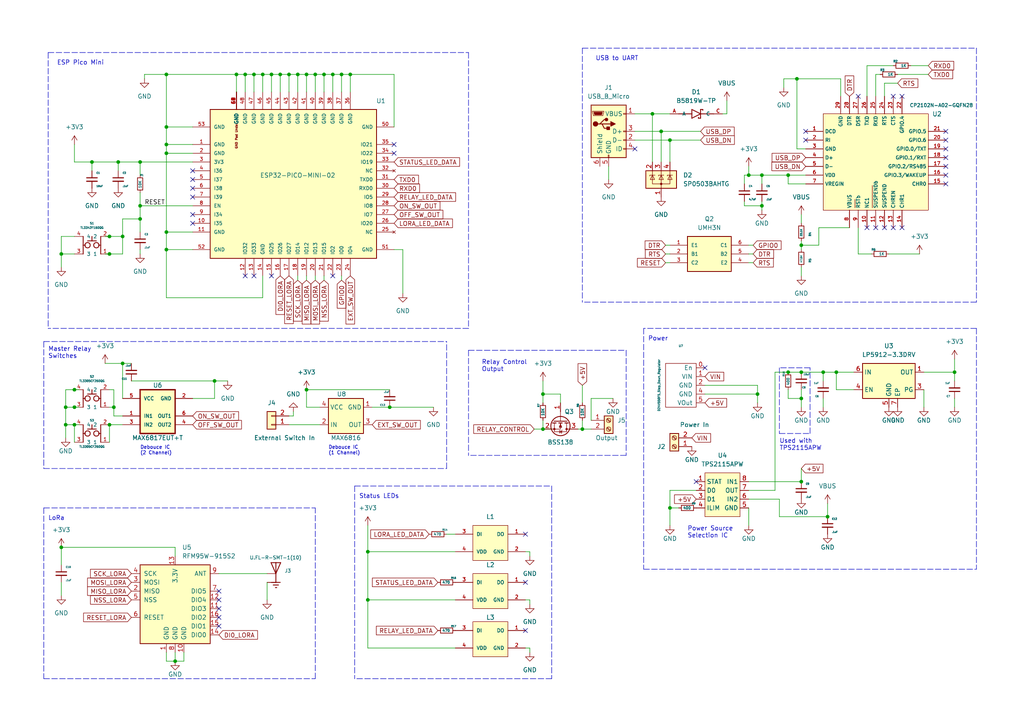
<source format=kicad_sch>
(kicad_sch (version 20211123) (generator eeschema)
  (paper "A4")
  (title_block (title "Kill Switch - Remote") (date "2023-01-18") (rev "1.0") (company "Created by: Greg Hulette") (comment 1 "- LoRa to WiFi Bridge") (comment 2 "- Buttons for Master Relay") (comment 3 "- Creates WiFi Network"))
  (junction (at 220.98 59.69))
  (junction (at 113.03 118.11))
  (junction (at 76.2 21.59))
  (junction (at 168.91 124.46))
  (junction (at 33.02 118.11))
  (junction (at 232.41 139.7))
  (junction (at 19.05 123.19))
  (junction (at 88.9 21.59))
  (junction (at 157.48 114.3))
  (junction (at 232.41 115.57))
  (junction (at 240.03 149.86))
  (junction (at 48.26 21.59))
  (junction (at 21.59 123.19))
  (junction (at 99.06 21.59))
  (junction (at 21.59 113.03))
  (junction (at 228.6 107.95))
  (junction (at 232.41 71.12))
  (junction (at 228.6 50.8))
  (junction (at 48.26 44.45))
  (junction (at 19.05 118.11))
  (junction (at 88.9 113.03))
  (junction (at 34.29 46.99))
  (junction (at 62.23 110.49))
  (junction (at 93.98 21.59))
  (junction (at 17.78 73.66))
  (junction (at 83.82 21.59))
  (junction (at 48.26 72.39))
  (junction (at 48.26 41.91))
  (junction (at 68.58 21.59))
  (junction (at 231.14 22.86))
  (junction (at 17.78 158.75))
  (junction (at 189.23 33.02))
  (junction (at 71.12 21.59))
  (junction (at 101.6 21.59))
  (junction (at 78.74 21.59))
  (junction (at 48.26 67.31))
  (junction (at 40.64 46.99))
  (junction (at 35.56 68.58))
  (junction (at 31.75 123.19))
  (junction (at 40.64 59.69))
  (junction (at 194.31 40.64))
  (junction (at 86.36 21.59))
  (junction (at 106.68 173.99))
  (junction (at 217.17 50.8))
  (junction (at 35.56 105.41))
  (junction (at 238.76 107.95))
  (junction (at 40.64 63.5))
  (junction (at 73.66 21.59))
  (junction (at 106.68 160.02))
  (junction (at 220.98 50.8))
  (junction (at 242.57 107.95))
  (junction (at 91.44 21.59))
  (junction (at 50.8 191.77))
  (junction (at 191.77 38.1))
  (junction (at 276.86 107.95))
  (junction (at 157.48 124.46))
  (junction (at 81.28 21.59))
  (junction (at 31.75 73.66))
  (junction (at 26.67 46.99))
  (junction (at 48.26 36.83))
  (junction (at 31.75 68.58))
  (junction (at 194.31 147.32))
  (junction (at 21.59 118.11))
  (junction (at 232.41 107.95))
  (junction (at 96.52 21.59))
  (junction (at 219.71 114.3))
  (no_connect (at 259.08 27.94))
  (no_connect (at 204.47 106.68))
  (no_connect (at 152.4 168.91))
  (no_connect (at 63.5 173.99))
  (no_connect (at 63.5 171.45))
  (no_connect (at 63.5 176.53))
  (no_connect (at 63.5 181.61))
  (no_connect (at 63.5 179.07))
  (no_connect (at 201.93 139.7))
  (no_connect (at 55.88 57.15))
  (no_connect (at 55.88 62.23))
  (no_connect (at 55.88 49.53))
  (no_connect (at 55.88 52.07))
  (no_connect (at 55.88 54.61))
  (no_connect (at 71.12 80.01))
  (no_connect (at 55.88 64.77))
  (no_connect (at 114.3 41.91))
  (no_connect (at 96.52 80.01))
  (no_connect (at 73.66 80.01))
  (no_connect (at 78.74 80.01))
  (no_connect (at 114.3 44.45))
  (no_connect (at 152.4 154.94))
  (no_connect (at 152.4 182.88))
  (no_connect (at 248.92 27.94))
  (no_connect (at 233.68 38.1))
  (no_connect (at 233.68 40.64))
  (no_connect (at 261.62 27.94))
  (no_connect (at 256.54 66.04))
  (no_connect (at 254 66.04))
  (no_connect (at 251.46 66.04))
  (no_connect (at 274.32 53.34))
  (no_connect (at 274.32 38.1))
  (no_connect (at 274.32 40.64))
  (no_connect (at 274.32 43.18))
  (no_connect (at 274.32 45.72))
  (no_connect (at 274.32 48.26))
  (no_connect (at 274.32 50.8))
  (no_connect (at 261.62 66.04))
  (no_connect (at 259.08 66.04))
  (no_connect (at 184.15 43.18))
  (polyline (pts (xy 135.89 15.24) (xy 135.89 95.25)))
  (wire (pts (xy 19.05 123.19) (xy 21.59 123.19)))
  (polyline (pts (xy 102.87 140.97) (xy 160.02 140.97)))
  (polyline (pts (xy 226.06 106.68) (xy 226.06 125.73)))
  (wire (pts (xy 62.23 110.49) (xy 62.23 115.57)))
  (wire (pts (xy 193.04 76.2) (xy 194.31 76.2)))
  (wire (pts (xy 228.6 115.57) (xy 232.41 115.57)))
  (wire (pts (xy 19.05 113.03) (xy 19.05 118.11)))
  (wire (pts (xy 157.48 114.3) (xy 157.48 116.84)))
  (wire (pts (xy 238.76 107.95) (xy 242.57 107.95)))
  (wire (pts (xy 35.56 105.41) (xy 35.56 115.57)))
  (wire (pts (xy 40.64 46.99) (xy 34.29 46.99)))
  (wire (pts (xy 38.1 110.49) (xy 62.23 110.49)))
  (wire (pts (xy 55.88 72.39) (xy 48.26 72.39)))
  (wire (pts (xy 215.9 58.42) (xy 215.9 59.69)))
  (wire (pts (xy 106.68 187.96) (xy 132.08 187.96)))
  (wire (pts (xy 204.47 114.3) (xy 219.71 114.3)))
  (wire (pts (xy 254 27.94) (xy 254 21.59)))
  (wire (pts (xy 232.41 135.89) (xy 232.41 139.7)))
  (wire (pts (xy 256.54 27.94) (xy 256.54 24.13)))
  (wire (pts (xy 33.02 120.65) (xy 35.56 120.65)))
  (wire (pts (xy 224.79 107.95) (xy 228.6 107.95)))
  (polyline (pts (xy 12.7 196.85) (xy 91.44 196.85)))
  (wire (pts (xy 217.17 152.4) (xy 217.17 147.32)))
  (wire (pts (xy 48.26 67.31) (xy 55.88 67.31)))
  (wire (pts (xy 71.12 21.59) (xy 71.12 26.67)))
  (polyline (pts (xy 135.89 101.6) (xy 135.89 132.08)))
  (polyline (pts (xy 12.7 99.06) (xy 129.54 99.06)))
  (polyline (pts (xy 168.91 13.97) (xy 283.21 13.97)))
  (wire (pts (xy 17.78 168.91) (xy 17.78 172.72)))
  (wire (pts (xy 220.98 53.34) (xy 220.98 50.8)))
  (wire (pts (xy 93.98 21.59) (xy 96.52 21.59)))
  (wire (pts (xy 17.78 68.58) (xy 17.78 73.66)))
  (wire (pts (xy 113.03 118.11) (xy 125.73 118.11)))
  (wire (pts (xy 88.9 113.03) (xy 113.03 113.03)))
  (wire (pts (xy 218.44 73.66) (xy 217.17 73.66)))
  (wire (pts (xy 40.64 59.69) (xy 40.64 63.5)))
  (wire (pts (xy 232.41 77.47) (xy 232.41 80.01)))
  (wire (pts (xy 55.88 115.57) (xy 62.23 115.57)))
  (wire (pts (xy 237.49 66.04) (xy 237.49 71.12)))
  (wire (pts (xy 209.55 33.02) (xy 210.82 33.02)))
  (wire (pts (xy 48.26 72.39) (xy 48.26 67.31)))
  (wire (pts (xy 48.26 44.45) (xy 48.26 41.91)))
  (wire (pts (xy 86.36 21.59) (xy 86.36 26.67)))
  (wire (pts (xy 48.26 21.59) (xy 48.26 36.83)))
  (wire (pts (xy 53.34 189.23) (xy 53.34 191.77)))
  (wire (pts (xy 240.03 146.05) (xy 240.03 149.86)))
  (wire (pts (xy 194.31 147.32) (xy 194.31 152.4)))
  (wire (pts (xy 194.31 73.66) (xy 193.04 73.66)))
  (wire (pts (xy 189.23 33.02) (xy 189.23 46.99)))
  (polyline (pts (xy 283.21 95.25) (xy 283.21 165.1)))
  (wire (pts (xy 91.44 21.59) (xy 91.44 26.67)))
  (polyline (pts (xy 12.7 135.89) (xy 129.54 135.89)))
  (wire (pts (xy 88.9 21.59) (xy 91.44 21.59)))
  (wire (pts (xy 40.64 46.99) (xy 40.64 50.8)))
  (wire (pts (xy 106.68 173.99) (xy 106.68 187.96)))
  (polyline (pts (xy 283.21 87.63) (xy 168.91 87.63)))
  (wire (pts (xy 217.17 142.24) (xy 224.79 142.24)))
  (wire (pts (xy 48.26 41.91) (xy 55.88 41.91)))
  (wire (pts (xy 35.56 63.5) (xy 35.56 68.58)))
  (polyline (pts (xy 135.89 95.25) (xy 13.97 95.25)))
  (polyline (pts (xy 135.89 101.6) (xy 181.61 101.6)))
  (wire (pts (xy 228.6 50.8) (xy 220.98 50.8)))
  (wire (pts (xy 85.09 120.65) (xy 83.82 120.65)))
  (wire (pts (xy 168.91 124.46) (xy 171.45 124.46)))
  (wire (pts (xy 21.59 41.91) (xy 21.59 46.99)))
  (wire (pts (xy 201.93 142.24) (xy 194.31 142.24)))
  (wire (pts (xy 153.67 161.29) (xy 153.67 160.02)))
  (wire (pts (xy 215.9 59.69) (xy 220.98 59.69)))
  (wire (pts (xy 30.48 73.66) (xy 31.75 73.66)))
  (polyline (pts (xy 91.44 196.85) (xy 91.44 147.32)))
  (wire (pts (xy 276.86 118.11) (xy 276.86 115.57)))
  (polyline (pts (xy 186.69 95.25) (xy 186.69 165.1)))
  (wire (pts (xy 264.16 19.05) (xy 269.24 19.05)))
  (wire (pts (xy 220.98 58.42) (xy 220.98 59.69)))
  (polyline (pts (xy 12.7 147.32) (xy 91.44 147.32)))
  (wire (pts (xy 232.41 71.12) (xy 232.41 72.39)))
  (wire (pts (xy 55.88 46.99) (xy 40.64 46.99)))
  (wire (pts (xy 86.36 21.59) (xy 88.9 21.59)))
  (wire (pts (xy 26.67 46.99) (xy 21.59 46.99)))
  (wire (pts (xy 162.56 116.84) (xy 162.56 114.3)))
  (wire (pts (xy 62.23 110.49) (xy 66.04 110.49)))
  (wire (pts (xy 17.78 73.66) (xy 21.59 73.66)))
  (wire (pts (xy 73.66 21.59) (xy 76.2 21.59)))
  (wire (pts (xy 153.67 173.99) (xy 152.4 173.99)))
  (polyline (pts (xy 168.91 13.97) (xy 168.91 87.63)))
  (wire (pts (xy 91.44 81.28) (xy 91.44 80.01)))
  (wire (pts (xy 83.82 21.59) (xy 86.36 21.59)))
  (wire (pts (xy 48.26 21.59) (xy 68.58 21.59)))
  (wire (pts (xy 176.53 48.26) (xy 176.53 52.07)))
  (wire (pts (xy 107.95 118.11) (xy 113.03 118.11)))
  (wire (pts (xy 132.08 160.02) (xy 106.68 160.02)))
  (wire (pts (xy 92.71 118.11) (xy 88.9 118.11)))
  (wire (pts (xy 71.12 21.59) (xy 73.66 21.59)))
  (wire (pts (xy 132.08 154.94) (xy 129.54 154.94)))
  (wire (pts (xy 77.47 168.91) (xy 77.47 173.99)))
  (wire (pts (xy 40.64 72.39) (xy 40.64 73.66)))
  (wire (pts (xy 233.68 50.8) (xy 228.6 50.8)))
  (wire (pts (xy 53.34 191.77) (xy 50.8 191.77)))
  (wire (pts (xy 247.65 113.03) (xy 242.57 113.03)))
  (wire (pts (xy 220.98 59.69) (xy 220.98 60.96)))
  (polyline (pts (xy 12.7 147.32) (xy 12.7 196.85)))
  (wire (pts (xy 17.78 158.75) (xy 17.78 163.83)))
  (wire (pts (xy 88.9 81.28) (xy 88.9 80.01)))
  (wire (pts (xy 184.15 40.64) (xy 194.31 40.64)))
  (wire (pts (xy 227.33 22.86) (xy 227.33 25.4)))
  (wire (pts (xy 40.64 55.88) (xy 40.64 59.69)))
  (wire (pts (xy 219.71 114.3) (xy 219.71 116.84)))
  (wire (pts (xy 83.82 123.19) (xy 92.71 123.19)))
  (polyline (pts (xy 181.61 132.08) (xy 135.89 132.08)))
  (wire (pts (xy 50.8 189.23) (xy 50.8 191.77)))
  (wire (pts (xy 81.28 21.59) (xy 83.82 21.59)))
  (wire (pts (xy 238.76 110.49) (xy 238.76 107.95)))
  (wire (pts (xy 22.86 113.03) (xy 21.59 113.03)))
  (wire (pts (xy 194.31 147.32) (xy 196.85 147.32)))
  (wire (pts (xy 48.26 189.23) (xy 48.26 191.77)))
  (wire (pts (xy 237.49 71.12) (xy 232.41 71.12)))
  (wire (pts (xy 267.97 107.95) (xy 276.86 107.95)))
  (wire (pts (xy 101.6 26.67) (xy 101.6 21.59)))
  (wire (pts (xy 76.2 80.01) (xy 76.2 86.36)))
  (wire (pts (xy 31.75 118.11) (xy 33.02 118.11)))
  (wire (pts (xy 194.31 40.64) (xy 194.31 46.99)))
  (wire (pts (xy 48.26 191.77) (xy 50.8 191.77)))
  (wire (pts (xy 17.78 73.66) (xy 17.78 77.47)))
  (wire (pts (xy 31.75 113.03) (xy 33.02 113.03)))
  (wire (pts (xy 210.82 29.21) (xy 210.82 33.02)))
  (wire (pts (xy 167.64 124.46) (xy 168.91 124.46)))
  (wire (pts (xy 76.2 26.67) (xy 76.2 21.59)))
  (wire (pts (xy 26.67 46.99) (xy 26.67 49.53)))
  (wire (pts (xy 217.17 76.2) (xy 218.44 76.2)))
  (wire (pts (xy 231.14 22.86) (xy 227.33 22.86)))
  (wire (pts (xy 219.71 111.76) (xy 219.71 114.3)))
  (wire (pts (xy 86.36 81.28) (xy 86.36 80.01)))
  (wire (pts (xy 157.48 124.46) (xy 160.02 124.46)))
  (wire (pts (xy 96.52 21.59) (xy 96.52 26.67)))
  (wire (pts (xy 226.06 144.78) (xy 226.06 149.86)))
  (wire (pts (xy 106.68 173.99) (xy 132.08 173.99)))
  (wire (pts (xy 168.91 121.92) (xy 168.91 124.46)))
  (wire (pts (xy 194.31 142.24) (xy 194.31 147.32)))
  (wire (pts (xy 68.58 21.59) (xy 68.58 26.67)))
  (wire (pts (xy 35.56 105.41) (xy 38.1 105.41)))
  (wire (pts (xy 153.67 187.96) (xy 152.4 187.96)))
  (wire (pts (xy 106.68 152.4) (xy 106.68 160.02)))
  (wire (pts (xy 232.41 107.95) (xy 238.76 107.95)))
  (wire (pts (xy 228.6 107.95) (xy 232.41 107.95)))
  (wire (pts (xy 21.59 123.19) (xy 22.86 123.19)))
  (wire (pts (xy 31.75 123.19) (xy 31.75 128.27)))
  (wire (pts (xy 41.91 21.59) (xy 48.26 21.59)))
  (wire (pts (xy 22.86 118.11) (xy 21.59 118.11)))
  (polyline (pts (xy 226.06 125.73) (xy 234.95 125.73)))
  (wire (pts (xy 242.57 107.95) (xy 247.65 107.95)))
  (wire (pts (xy 233.68 53.34) (xy 228.6 53.34)))
  (wire (pts (xy 224.79 107.95) (xy 224.79 142.24)))
  (wire (pts (xy 48.26 86.36) (xy 48.26 72.39)))
  (wire (pts (xy 33.02 118.11) (xy 33.02 120.65)))
  (wire (pts (xy 276.86 104.14) (xy 276.86 107.95)))
  (wire (pts (xy 34.29 46.99) (xy 34.29 49.53)))
  (wire (pts (xy 19.05 123.19) (xy 19.05 127)))
  (polyline (pts (xy 160.02 140.97) (xy 160.02 196.85)))
  (polyline (pts (xy 181.61 101.6) (xy 181.61 132.08)))
  (wire (pts (xy 184.15 33.02) (xy 189.23 33.02)))
  (wire (pts (xy 232.41 139.7) (xy 217.17 139.7)))
  (wire (pts (xy 99.06 21.59) (xy 101.6 21.59)))
  (wire (pts (xy 114.3 21.59) (xy 101.6 21.59)))
  (wire (pts (xy 78.74 21.59) (xy 78.74 26.67)))
  (wire (pts (xy 35.56 63.5) (xy 40.64 63.5)))
  (polyline (pts (xy 102.87 140.97) (xy 102.87 196.85)))
  (wire (pts (xy 21.59 123.19) (xy 21.59 128.27)))
  (wire (pts (xy 96.52 21.59) (xy 99.06 21.59)))
  (wire (pts (xy 226.06 149.86) (xy 240.03 149.86)))
  (wire (pts (xy 116.84 72.39) (xy 116.84 85.09)))
  (wire (pts (xy 191.77 38.1) (xy 191.77 46.99)))
  (wire (pts (xy 153.67 160.02) (xy 152.4 160.02)))
  (polyline (pts (xy 129.54 135.89) (xy 129.54 99.06)))
  (wire (pts (xy 233.68 43.18) (xy 231.14 43.18)))
  (wire (pts (xy 31.75 123.19) (xy 35.56 123.19)))
  (polyline (pts (xy 186.69 165.1) (xy 283.21 165.1)))
  (wire (pts (xy 153.67 175.26) (xy 153.67 173.99)))
  (wire (pts (xy 162.56 114.3) (xy 157.48 114.3)))
  (wire (pts (xy 81.28 21.59) (xy 81.28 26.67)))
  (wire (pts (xy 248.92 73.66) (xy 252.73 73.66)))
  (wire (pts (xy 35.56 68.58) (xy 35.56 73.66)))
  (wire (pts (xy 41.91 21.59) (xy 41.91 22.86)))
  (wire (pts (xy 251.46 27.94) (xy 251.46 19.05)))
  (wire (pts (xy 88.9 21.59) (xy 88.9 26.67)))
  (wire (pts (xy 88.9 113.03) (xy 88.9 118.11)))
  (wire (pts (xy 232.41 62.23) (xy 232.41 64.77)))
  (wire (pts (xy 254 21.59) (xy 255.27 21.59)))
  (wire (pts (xy 232.41 113.03) (xy 232.41 115.57)))
  (wire (pts (xy 30.48 105.41) (xy 35.56 105.41)))
  (wire (pts (xy 93.98 21.59) (xy 93.98 26.67)))
  (wire (pts (xy 157.48 110.49) (xy 157.48 114.3)))
  (wire (pts (xy 31.75 68.58) (xy 35.56 68.58)))
  (wire (pts (xy 50.8 161.29) (xy 50.8 158.75)))
  (wire (pts (xy 248.92 66.04) (xy 248.92 73.66)))
  (wire (pts (xy 93.98 81.28) (xy 93.98 80.01)))
  (wire (pts (xy 153.67 189.23) (xy 153.67 187.96)))
  (wire (pts (xy 50.8 158.75) (xy 17.78 158.75)))
  (wire (pts (xy 217.17 48.26) (xy 217.17 50.8)))
  (wire (pts (xy 83.82 21.59) (xy 83.82 26.67)))
  (wire (pts (xy 40.64 59.69) (xy 55.88 59.69)))
  (wire (pts (xy 63.5 166.37) (xy 77.47 166.37)))
  (wire (pts (xy 106.68 160.02) (xy 106.68 173.99)))
  (wire (pts (xy 30.48 68.58) (xy 31.75 68.58)))
  (wire (pts (xy 17.78 68.58) (xy 21.59 68.58)))
  (polyline (pts (xy 283.21 13.97) (xy 283.21 87.63)))
  (wire (pts (xy 243.84 27.94) (xy 243.84 22.86)))
  (wire (pts (xy 232.41 69.85) (xy 232.41 71.12)))
  (wire (pts (xy 215.9 50.8) (xy 217.17 50.8)))
  (wire (pts (xy 48.26 44.45) (xy 55.88 44.45)))
  (polyline (pts (xy 12.7 99.06) (xy 12.7 135.89)))
  (wire (pts (xy 168.91 111.76) (xy 168.91 116.84)))
  (wire (pts (xy 91.44 21.59) (xy 93.98 21.59)))
  (wire (pts (xy 19.05 113.03) (xy 21.59 113.03)))
  (wire (pts (xy 217.17 50.8) (xy 220.98 50.8)))
  (wire (pts (xy 73.66 21.59) (xy 73.66 26.67)))
  (wire (pts (xy 114.3 36.83) (xy 114.3 21.59)))
  (wire (pts (xy 171.45 121.92) (xy 171.45 115.57)))
  (polyline (pts (xy 234.95 106.68) (xy 226.06 106.68)))
  (wire (pts (xy 257.81 73.66) (xy 266.7 73.66)))
  (wire (pts (xy 232.41 115.57) (xy 232.41 118.11)))
  (wire (pts (xy 217.17 144.78) (xy 226.06 144.78)))
  (polyline (pts (xy 283.21 95.25) (xy 186.69 95.25)))
  (wire (pts (xy 40.64 63.5) (xy 40.64 67.31)))
  (wire (pts (xy 55.88 36.83) (xy 48.26 36.83)))
  (wire (pts (xy 189.23 33.02) (xy 194.31 33.02)))
  (wire (pts (xy 154.94 124.46) (xy 157.48 124.46)))
  (wire (pts (xy 184.15 38.1) (xy 191.77 38.1)))
  (wire (pts (xy 85.09 119.38) (xy 85.09 120.65)))
  (wire (pts (xy 78.74 21.59) (xy 81.28 21.59)))
  (wire (pts (xy 48.26 36.83) (xy 48.26 41.91)))
  (polyline (pts (xy 160.02 196.85) (xy 102.87 196.85)))
  (wire (pts (xy 215.9 53.34) (xy 215.9 50.8)))
  (wire (pts (xy 19.05 118.11) (xy 19.05 123.19)))
  (wire (pts (xy 34.29 46.99) (xy 26.67 46.99)))
  (wire (pts (xy 157.48 121.92) (xy 157.48 124.46)))
  (wire (pts (xy 260.35 21.59) (xy 269.24 21.59)))
  (wire (pts (xy 191.77 38.1) (xy 203.2 38.1)))
  (wire (pts (xy 48.26 67.31) (xy 48.26 44.45)))
  (wire (pts (xy 231.14 43.18) (xy 231.14 22.86)))
  (polyline (pts (xy 234.95 125.73) (xy 234.95 106.68)))
  (wire (pts (xy 76.2 21.59) (xy 78.74 21.59)))
  (wire (pts (xy 76.2 86.36) (xy 48.26 86.36)))
  (wire (pts (xy 276.86 110.49) (xy 276.86 107.95)))
  (wire (pts (xy 256.54 24.13) (xy 260.35 24.13)))
  (wire (pts (xy 217.17 71.12) (xy 218.44 71.12)))
  (wire (pts (xy 242.57 113.03) (xy 242.57 107.95)))
  (wire (pts (xy 193.04 71.12) (xy 194.31 71.12)))
  (polyline (pts (xy 13.97 15.24) (xy 135.89 15.24)))
  (wire (pts (xy 228.6 53.34) (xy 228.6 50.8)))
  (wire (pts (xy 237.49 66.04) (xy 246.38 66.04)))
  (wire (pts (xy 204.47 111.76) (xy 219.71 111.76)))
  (wire (pts (xy 33.02 113.03) (xy 33.02 118.11)))
  (wire (pts (xy 238.76 115.57) (xy 238.76 118.11)))
  (wire (pts (xy 31.75 73.66) (xy 35.56 73.66)))
  (wire (pts (xy 251.46 19.05) (xy 259.08 19.05)))
  (wire (pts (xy 68.58 21.59) (xy 71.12 21.59)))
  (wire (pts (xy 243.84 22.86) (xy 231.14 22.86)))
  (wire (pts (xy 194.31 40.64) (xy 203.2 40.64)))
  (wire (pts (xy 267.97 118.11) (xy 267.97 113.03)))
  (wire (pts (xy 99.06 80.01) (xy 99.06 81.28)))
  (wire (pts (xy 99.06 21.59) (xy 99.06 26.67)))
  (wire (pts (xy 171.45 115.57) (xy 177.8 115.57)))
  (wire (pts (xy 114.3 72.39) (xy 116.84 72.39)))
  (wire (pts (xy 19.05 118.11) (xy 21.59 118.11)))
  (polyline (pts (xy 13.97 15.24) (xy 13.97 95.25)))
  (wire (pts (xy 228.6 113.03) (xy 228.6 115.57)))
  (text "Power" (at 187.96 99.06 0) (effects (font (size 1.27 1.27)) (justify left bottom)))
  (text "Debouce IC \n(1 Channel)\n" (at 95.25 132.08 0) (effects (font (size 1 1)) (justify left bottom)))
  (text "Debouce IC \n(2 Channel)\n" (at 40.64 132.08 0) (effects (font (size 1 1)) (justify left bottom)))
  (text "ESP Pico Mini" (at 16.51 19.05 0) (effects (font (size 1.27 1.27)) (justify left bottom)))
  (text "Relay Control\nOutput" (at 139.7 107.95 0) (effects (font (size 1.27 1.27)) (justify left bottom)))
  (text "Master Relay \nSwitches" (at 13.97 104.14 0) (effects (font (size 1.27 1.27)) (justify left bottom)))
  (text "LoRa" (at 13.97 151.13 0) (effects (font (size 1.27 1.27)) (justify left bottom)))
  (text "Power Source \nSelection IC" (at 199.39 156.21 0) (effects (font (size 1.27 1.27)) (justify left bottom)))
  (text "Status LEDs" (at 104.14 144.78 0) (effects (font (size 1.27 1.27)) (justify left bottom)))
  (text "Used with \nTPS2115APW" (at 226.06 130.81 0) (effects (font (size 1.27 1.27)) (justify left bottom)))
  (text "USB to UART" (at 172.72 17.78 0) (effects (font (size 1.27 1.27)) (justify left bottom)))
  (label "RESET" (at 41.91 59.69 0))
  (global_label "+5V" (shape input) (at 201.93 144.78 180) (property "Intersheet References" "${INTERSHEET_REFS}" (effects hide)))
  (global_label "SCK_LORA" (shape input) (at 38.1 166.37 180) (property "Intersheet References" "${INTERSHEET_REFS}" (effects hide)))
  (global_label "EXT_SW_OUT" (shape input) (at 101.6 80.01 270) (property "Intersheet References" "${INTERSHEET_REFS}" (effects hide)))
  (global_label "TXD0" (shape input) (at 114.3 52.07 0) (property "Intersheet References" "${INTERSHEET_REFS}" (effects hide)))
  (global_label "+5V" (shape input) (at 168.91 111.76 90) (property "Intersheet References" "${INTERSHEET_REFS}" (effects hide)))
  (global_label "TXD0" (shape input) (at 269.24 21.59 0) (property "Intersheet References" "${INTERSHEET_REFS}" (effects hide)))
  (global_label "DI0_LORA" (shape input) (at 81.28 80.01 270) (property "Intersheet References" "${INTERSHEET_REFS}" (effects hide)))
  (global_label "+5V" (shape input) (at 232.41 135.89 0) (property "Intersheet References" "${INTERSHEET_REFS}" (effects hide)))
  (global_label "GPIO0" (shape input) (at 218.44 71.12 0) (property "Intersheet References" "${INTERSHEET_REFS}" (effects hide)))
  (global_label "EXT_SW_OUT" (shape input) (at 107.95 123.19 0) (property "Intersheet References" "${INTERSHEET_REFS}" (effects hide)))
  (global_label "MOSI_LORA" (shape input) (at 38.1 168.91 180) (property "Intersheet References" "${INTERSHEET_REFS}" (effects hide)))
  (global_label "NSS_LORA" (shape input) (at 38.1 173.99 180) (property "Intersheet References" "${INTERSHEET_REFS}" (effects hide)))
  (global_label "OFF_SW_OUT" (shape input) (at 114.3 62.23 0) (property "Intersheet References" "${INTERSHEET_REFS}" (effects hide)))
  (global_label "LORA_LED_DATA" (shape input) (at 114.3 64.77 0) (property "Intersheet References" "${INTERSHEET_REFS}" (effects hide)))
  (global_label "VIN" (shape input) (at 204.47 109.22 0) (property "Intersheet References" "${INTERSHEET_REFS}" (effects hide)))
  (global_label "RELAY_LED_DATA" (shape input) (at 114.3 57.15 0) (property "Intersheet References" "${INTERSHEET_REFS}" (effects hide)))
  (global_label "MISO_LORA" (shape input) (at 38.1 171.45 180) (property "Intersheet References" "${INTERSHEET_REFS}" (effects hide)))
  (global_label "RTS" (shape input) (at 218.44 76.2 0) (property "Intersheet References" "${INTERSHEET_REFS}" (effects hide)))
  (global_label "DTR" (shape input) (at 193.04 71.12 180) (property "Intersheet References" "${INTERSHEET_REFS}" (effects hide)))
  (global_label "GPIO0" (shape input) (at 99.06 81.28 270) (property "Intersheet References" "${INTERSHEET_REFS}" (effects hide)))
  (global_label "USB_DP" (shape input) (at 203.2 38.1 0) (property "Intersheet References" "${INTERSHEET_REFS}" (effects hide)))
  (global_label "OFF_SW_OUT" (shape input) (at 55.88 123.19 0) (property "Intersheet References" "${INTERSHEET_REFS}" (effects hide)))
  (global_label "USB_DN" (shape input) (at 233.68 48.26 180) (property "Intersheet References" "${INTERSHEET_REFS}" (effects hide)))
  (global_label "RESET_LORA" (shape input) (at 38.1 179.07 180) (property "Intersheet References" "${INTERSHEET_REFS}" (effects hide)))
  (global_label "USB_DN" (shape input) (at 203.2 40.64 0) (property "Intersheet References" "${INTERSHEET_REFS}" (effects hide)))
  (global_label "STATUS_LED_DATA" (shape input) (at 127 168.91 180) (property "Intersheet References" "${INTERSHEET_REFS}" (effects hide)))
  (global_label "VIN" (shape input) (at 200.66 127 0) (property "Intersheet References" "${INTERSHEET_REFS}" (effects hide)))
  (global_label "MISO_LORA" (shape input) (at 88.9 81.28 270) (property "Intersheet References" "${INTERSHEET_REFS}" (effects hide)))
  (global_label "LORA_LED_DATA" (shape input) (at 124.46 154.94 180) (property "Intersheet References" "${INTERSHEET_REFS}" (effects hide)))
  (global_label "RTS" (shape input) (at 193.04 73.66 180) (property "Intersheet References" "${INTERSHEET_REFS}" (effects hide)))
  (global_label "RXD0" (shape input) (at 114.3 54.61 0) (property "Intersheet References" "${INTERSHEET_REFS}" (effects hide)))
  (global_label "DTR" (shape input) (at 218.44 73.66 0) (property "Intersheet References" "${INTERSHEET_REFS}" (effects hide)))
  (global_label "RESET_LORA" (shape input) (at 83.82 80.01 270) (property "Intersheet References" "${INTERSHEET_REFS}" (effects hide)))
  (global_label "STATUS_LED_DATA" (shape input) (at 114.3 46.99 0) (property "Intersheet References" "${INTERSHEET_REFS}" (effects hide)))
  (global_label "ON_SW_OUT" (shape input) (at 55.88 120.65 0) (property "Intersheet References" "${INTERSHEET_REFS}" (effects hide)))
  (global_label "RELAY_LED_DATA" (shape input) (at 127 182.88 180) (property "Intersheet References" "${INTERSHEET_REFS}" (effects hide)))
  (global_label "ON_SW_OUT" (shape input) (at 114.3 59.69 0) (property "Intersheet References" "${INTERSHEET_REFS}" (effects hide)))
  (global_label "RESET" (shape input) (at 193.04 76.2 180) (property "Intersheet References" "${INTERSHEET_REFS}" (effects hide)))
  (global_label "+5V" (shape input) (at 204.47 116.84 0) (property "Intersheet References" "${INTERSHEET_REFS}" (effects hide)))
  (global_label "RXD0" (shape input) (at 269.24 19.05 0) (property "Intersheet References" "${INTERSHEET_REFS}" (effects hide)))
  (global_label "RTS" (shape input) (at 260.35 24.13 0) (property "Intersheet References" "${INTERSHEET_REFS}" (effects hide)))
  (global_label "SCK_LORA" (shape input) (at 86.36 81.28 270) (property "Intersheet References" "${INTERSHEET_REFS}" (effects hide)))
  (global_label "DTR" (shape input) (at 246.38 27.94 90) (property "Intersheet References" "${INTERSHEET_REFS}" (effects hide)))
  (global_label "USB_DP" (shape input) (at 233.68 45.72 180) (property "Intersheet References" "${INTERSHEET_REFS}" (effects hide)))
  (global_label "NSS_LORA" (shape input) (at 93.98 81.28 270) (property "Intersheet References" "${INTERSHEET_REFS}" (effects hide)))
  (global_label "MOSI_LORA" (shape input) (at 91.44 81.28 270) (property "Intersheet References" "${INTERSHEET_REFS}" (effects hide)))
  (global_label "DI0_LORA" (shape input) (at 63.5 184.15 0) (property "Intersheet References" "${INTERSHEET_REFS}" (effects hide)))
  (global_label "RELAY_CONTROL" (shape input) (at 154.94 124.46 180) (property "Intersheet References" "${INTERSHEET_REFS}" (effects hide)))
  (symbol (lib_id "power:GND") (at 41.91 22.86 0) (unit 1)
    (property "Reference" "#PWR0136" (effects hide))
    (property "Value" "GND" (at 41.91 27.94 0))
  )
  (symbol (lib_id "power:GND") (at 217.17 152.4 0) (unit 1)
    (property "Reference" "#PWR0110" (effects hide))
    (property "Value" "GND" (at 217.17 156.21 0))
  )
  (symbol (lib_id "Custom:TL3342F160QG") (at 26.67 125.73 0) (unit 1)
    (property "Reference" "S3" (at 26.67 121.92 0) (effects (font (size 0.6 0.6))))
    (property "Value" "TL3305CF260QG" (at 26.67 129.54 0) (effects (font (size 0.6 0.6))))
    (property "Footprint" "Custom:TL3305CF260QG" (effects hide))
    (property "Datasheet" "https://sten-eswitch-13110800-production.s3.amazonaws.com/system/asset/product_line/data_sheet/213/TL3305.pdf" (effects hide))
    (property "MANUFACTURER" "E SWITCH" (effects hide))
    (property "Manufacturers Name" "E-Switch" (effects hide))
    (property "Manufacturers Part Number" "TL3305CF260QG" (effects hide))
    (property "Digikey Part Number" "EG5355CT-ND" (effects hide))
    (property "Mouser Part Number" "612-TL3305CF260QG" (effects hide))
    (property "LCSC" "C2886904" (effects hide))
  )
  (symbol (lib_id "power:GND") (at 227.33 25.4 0) (unit 1)
    (property "Reference" "#PWR0108" (effects hide))
    (property "Value" "GND" (at 227.33 30.48 0))
  )
  (symbol (lib_id "LED:WS2812B-2020") (at 142.24 157.48 0) (unit 1)
    (property "Reference" "L1" (at 142.24 149.86 0))
    (property "Value" "WS2812B-2020" (effects hide))
    (property "Footprint" "Custom:WS2812B-2020" (effects hide))
    (property "Manufacturers Name" "Worldsemi/Adafruit" (effects hide))
    (property "Manufacturers Part Number" "WS2812B-2020/4684" (effects hide))
    (property "Digikey Part Number" "1528-4684-ND" (effects hide))
    (property "Mouser Part Number" "485-4684" (effects hide))
    (property "LCSC" "C965555" (effects hide))
  )
  (symbol (lib_id "Device:C_Small") (at 40.64 69.85 0) (unit 1)
    (property "Reference" "C3" (at 41.91 67.9513 0) (effects (font (size 0.5 0.5)) (justify left)))
    (property "Value" ".1uF" (at 41.91 71.7613 0) (effects (font (size 0.5 0.5)) (justify left)))
    (property "Footprint" "Capacitor_SMD:C_0603_1608Metric" (effects hide))
    (property "Datasheet" "https://www.we-online.com/katalog/datasheet/885012206020.pdf" (effects hide))
    (property "Manufacturers Name" "Würth Elektronik" (effects hide))
    (property "Manufacturers Part Number" "885012206020" (effects hide))
    (property "Digikey Part Number" "732-7939-1-ND" (effects hide))
    (property "Mouser Part Number" "710-885012206020 " (effects hide))
    (property "LCSC" "-----" (effects hide))
  )
  (symbol (lib_id "power:GND") (at 220.98 60.96 0) (unit 1)
    (property "Reference" "#PWR0105" (effects hide))
    (property "Value" "GND" (at 220.98 64.77 0))
  )
  (symbol (lib_id "Device:C_Small") (at 220.98 55.88 0) (unit 1)
    (property "Reference" "C5" (at 222.25 53.9813 0) (effects (font (size 0.5 0.5)) (justify left)))
    (property "Value" ".1uF" (at 222.25 57.7913 0) (effects (font (size 0.5 0.5)) (justify left)))
    (property "Footprint" "Capacitor_SMD:C_0603_1608Metric" (effects hide))
    (property "Datasheet" "https://www.we-online.com/katalog/datasheet/885012206020.pdf" (effects hide))
    (property "Manufacturers Name" "Würth Elektronik" (effects hide))
    (property "Manufacturers Part Number" "885012206020" (effects hide))
    (property "Digikey Part Number" "732-7939-1-ND" (effects hide))
    (property "Mouser Part Number" "710-885012206020 " (effects hide))
    (property "LCSC" "-----" (effects hide))
  )
  (symbol (lib_id "Device:R_Small") (at 129.54 182.88 270) (unit 1)
    (property "Reference" "R17" (at 130.8101 181.61 90) (effects (font (size 0.5 0.5)) (justify left)))
    (property "Value" "470" (at 128.2701 182.88 90) (effects (font (size 0.75 0.75)) (justify left)))
    (property "Footprint" "Resistor_SMD:R_0402_1005Metric" (effects hide))
    (property "Datasheet" "https://www.yageo.com/upload/media/product/productsearch/datasheet/rchip/PYu-RC_Group_51_RoHS_L_12.pdf" (effects hide))
    (property "Manufacturers Name" "YAGEO" (effects hide))
    (property "Manufacturers Part Number" "RC0402JR-13220RL" (effects hide))
    (property "Digikey Part Number" "13-RC0402JR-13220RLCT-ND" (effects hide))
    (property "Mouser Part Number" "603-RC0402JR-13220RL " (effects hide))
    (property "LCSC" "C3931306" (effects hide))
  )
  (symbol (lib_id "power:GND") (at 66.04 110.49 0) (unit 1)
    (property "Reference" "#PWR0127" (effects hide))
    (property "Value" "GND" (at 66.04 115.57 0))
  )
  (symbol (lib_id "power:GND") (at 177.8 115.57 0) (unit 1)
    (property "Reference" "#PWR0142" (effects hide))
    (property "Value" "GND" (at 177.8 119.38 0))
  )
  (symbol (lib_id "Regulator_Linear:LP5912-3.3DRV") (at 257.81 110.49 0) (unit 1)
    (property "Reference" "U3" (at 257.81 100.33 0))
    (property "Value" "LP5912-3.3DRV" (at 257.81 102.87 0))
    (property "Footprint" "Package_SON:WSON-6-1EP_2x2mm_P0.65mm_EP1x1.6mm_ThermalVias" (effects hide))
    (property "Datasheet" "http://www.ti.com/lit/ds/symlink/lp5912.pdf" (effects hide))
    (property "Manufacturers Name" "Texas Instruments" (effects hide))
    (property "Manufacturers Part Number" "LP5912Q3.3DRVTQ1" (effects hide))
    (property "Digikey Part Number" "296-48933-1-ND" (effects hide))
    (property "LCSC" "C2876187" (effects hide))
    (property "Mouser Part Number" "595-LP5912Q3.3DRVTQ1" (effects hide))
  )
  (symbol (lib_id "Device:R_Small") (at 129.54 168.91 270) (unit 1)
    (property "Reference" "R16" (at 130.8101 167.64 90) (effects (font (size 0.5 0.5)) (justify left)))
    (property "Value" "470" (at 128.2701 168.91 90) (effects (font (size 0.75 0.75)) (justify left)))
    (property "Footprint" "Resistor_SMD:R_0402_1005Metric" (effects hide))
    (property "Datasheet" "https://www.yageo.com/upload/media/product/productsearch/datasheet/rchip/PYu-RC_Group_51_RoHS_L_12.pdf" (effects hide))
    (property "Manufacturers Name" "YAGEO" (effects hide))
    (property "Manufacturers Part Number" "RC0402JR-13220RL" (effects hide))
    (property "Digikey Part Number" "13-RC0402JR-13220RLCT-ND" (effects hide))
    (property "Mouser Part Number" "603-RC0402JR-13220RL " (effects hide))
    (property "LCSC" "C3931306" (effects hide))
  )
  (symbol (lib_id "Device:C_Small") (at 240.03 152.4 0) (unit 1)
    (property "Reference" "C12" (at 241.3 150.5013 0) (effects (font (size 0.5 0.5)) (justify left)))
    (property "Value" ".1uF" (at 241.3 154.3113 0) (effects (font (size 0.5 0.5)) (justify left)))
    (property "Footprint" "Capacitor_SMD:C_0603_1608Metric" (effects hide))
    (property "Datasheet" "https://www.we-online.com/katalog/datasheet/885012206020.pdf" (effects hide))
    (property "Manufacturers Name" "Würth Elektronik" (effects hide))
    (property "Manufacturers Part Number" "885012206020" (effects hide))
    (property "Digikey Part Number" "732-7939-1-ND" (effects hide))
    (property "Mouser Part Number" "710-885012206020 " (effects hide))
    (property "LCSC" "-----" (effects hide))
  )
  (symbol (lib_id "power:+3.3V") (at 106.68 152.4 0) (unit 1)
    (property "Reference" "#PWR0130" (effects hide))
    (property "Value" "+3.3V" (at 106.68 147.32 0))
  )
  (symbol (lib_id "power:GND") (at 257.81 118.11 0) (unit 1)
    (property "Reference" "#PWR0121" (effects hide))
    (property "Value" "GND" (at 257.81 121.92 0))
  )
  (symbol (lib_id "power:GND") (at 153.67 175.26 0) (unit 1)
    (property "Reference" "#PWR0128" (effects hide))
    (property "Value" "GND" (at 153.67 180.34 0))
  )
  (symbol (lib_id "power:GND") (at 191.77 57.15 0) (unit 1)
    (property "Reference" "#PWR0103" (effects hide))
    (property "Value" "GND" (at 191.77 62.23 0))
  )
  (symbol (lib_id "Custom:CP2102N-A02-GQFN28") (at 254 45.72 0) (unit 1)
    (property "Reference" "U2" (at 271.78 33.0706 0))
    (property "Value" "CP2102N-A02-GQFN28" (at 273.05 30.5307 0) (effects (font (size 1.016 1.016))))
    (property "Footprint" "Package_DFN_QFN:QFN-28-1EP_5x5mm_P0.5mm_EP3.35x3.35mm" (effects hide))
    (property "Manufacturers Name" "Silicon Labs" (effects hide))
    (property "Manufacturers Part Number" "CP2102N-A02-GQFN28" (effects hide))
    (property "Digikey Part Number" "336-5889-ND" (effects hide))
    (property "Mouser Part Number" "634-CP2102NA02GQFN28 " (effects hide))
    (property "LCSC" "C1550553" (effects hide))
  )
  (symbol (lib_id "Device:R_Small") (at 232.41 74.93 0) (unit 1)
    (property "Reference" "R5" (at 234.95 76.1999 90) (effects (font (size 0.6 0.6)) (justify left)))
    (property "Value" "47.5K" (at 232.41 76.1999 90) (effects (font (size 0.5 0.5)) (justify left)))
    (property "Footprint" "Resistor_SMD:R_0402_1005Metric" (effects hide))
    (property "Datasheet" "https://www.yageo.com/upload/media/product/productsearch/datasheet/rchip/PYu-RC_Group_51_RoHS_L_12.pdf" (effects hide))
    (property "Manufacturers Name" "YAGEO" (effects hide))
    (property "Manufacturers Part Number" "RC0402FR-0747K5L" (effects hide))
    (property "Digikey Part Number" "311-47.5KLRCT-ND" (effects hide))
    (property "Mouser Part Number" "603-RC0402FR-0747K5L " (effects hide))
    (property "LCSC" "C137974" (effects hide))
  )
  (symbol (lib_id "power:+3.3V") (at 30.48 105.41 0) (unit 1)
    (property "Reference" "#PWR0132" (effects hide))
    (property "Value" "+3.3V" (at 30.48 100.33 0))
  )
  (symbol (lib_id "power:+3.3V") (at 88.9 113.03 0) (unit 1)
    (property "Reference" "#PWR0146" (effects hide))
    (property "Value" "+3.3V" (at 88.9 107.95 0))
  )
  (symbol (lib_id "power:GND") (at 50.8 191.77 0) (unit 1)
    (property "Reference" "#PWR0141" (effects hide))
    (property "Value" "GND" (at 50.8 195.58 0))
  )
  (symbol (lib_id "power:VBUS") (at 240.03 146.05 0) (unit 1)
    (property "Reference" "#PWR0118" (effects hide))
    (property "Value" "VBUS" (at 240.03 140.97 0))
  )
  (symbol (lib_id "Power_Protection:SP0503BAHT") (at 191.77 52.07 0) (unit 1)
    (property "Reference" "D2" (at 198.12 50.7999 0) (effects (justify left)))
    (property "Value" "SP0503BAHTG" (at 198.12 53.3399 0) (effects (justify left)))
    (property "Footprint" "Package_TO_SOT_SMD:SOT-143" (effects hide))
    (property "Datasheet" "http://www.littelfuse.com/~/media/files/littelfuse/technical%20resources/documents/data%20sheets/sp05xxba.pdf" (effects hide))
    (property "Manufacturers Name" "Littelfuse Inc." (effects hide))
    (property "Manufacturers Part Number" "SP0503BAHTG" (effects hide))
    (property "Digikey Part Number" "F2715CT-ND" (effects hide))
    (property "Mouser Part Number" "576-SP0503BAHTG " (effects hide))
    (property "LCSC" "C7074" (effects hide))
  )
  (symbol (lib_id "Custom:TPS2115APW") (at 209.55 142.24 0) (unit 1)
    (property "Reference" "U4" (at 209.55 132.08 0))
    (property "Value" "TPS2115APW" (at 209.55 134.62 0))
    (property "Footprint" "Package_SO:TSSOP-8_4.4x3mm_P0.65mm" (effects hide))
    (property "Datasheet" "https://www.ti.com/general/docs/suppproductinfo.tsp?distId=10&gotoUrl=https%3A%2F%2Fwww.ti.com%2Flit%2Fgpn%2Ftps2114a" (effects hide))
    (property "Manufacturers Name" "Texas Instruments" (effects hide))
    (property "Manufacturers Part Number" "TPS2115APW" (effects hide))
    (property "Digikey Part Number" "296-26918-5-ND" (effects hide))
    (property "Mouser Part Number" "595-TPS2115APW " (effects hide))
    (property "LCSC" "C70287" (effects hide))
  )
  (symbol (lib_id "power:GND") (at 232.41 80.01 0) (unit 1)
    (property "Reference" "#PWR0104" (effects hide))
    (property "Value" "GND" (at 232.41 85.09 0))
  )
  (symbol (lib_id "power:GND") (at 267.97 118.11 0) (unit 1)
    (property "Reference" "#PWR0119" (effects hide))
    (property "Value" "GND" (at 267.97 121.92 0))
  )
  (symbol (lib_id "Connector:Screw_Terminal_01x02") (at 176.53 121.92 0) (unit 1)
    (property "Reference" "J5" (at 179.07 121.9199 0) (effects (justify left)))
    (property "Value" "Output" (at 172.72 126.9999 0) (effects (justify left)))
    (property "Footprint" "TerminalBlock:TerminalBlock_bornier-2_P5.08mm" (effects hide))
    (property "Datasheet" "https://www.altechcorp.com/PDFS/PCBUS.PDF" (effects hide))
    (property "Manufacturers Name" "Altech Corporation" (effects hide))
    (property "Manufacturers Part Number" "34.102" (effects hide))
    (property "Digikey Part Number" "1920-1323-ND" (effects hide))
    (property "Mouser Part Number" "845-34.102" (effects hide))
    (property "LCSC" "-----" (effects hide))
  )
  (symbol (lib_id "power:GND") (at 260.35 118.11 0) (unit 1)
    (property "Reference" "#PWR0120" (effects hide))
    (property "Value" "GND" (at 260.35 121.92 0))
  )
  (symbol (lib_id "power:GND") (at 40.64 73.66 0) (unit 1)
    (property "Reference" "#PWR0138" (effects hide))
    (property "Value" "GND" (at 40.64 78.74 0))
  )
  (symbol (lib_id "power:+3.3V") (at 17.78 158.75 0) (unit 1)
    (property "Reference" "#PWR0123" (effects hide))
    (property "Value" "+3.3V" (at 17.78 153.67 0))
  )
  (symbol (lib_id "Device:C_Small") (at 26.67 52.07 0) (unit 1)
    (property "Reference" "C1" (at 27.94 50.1713 0) (effects (font (size 0.5 0.5)) (justify left)))
    (property "Value" "10uF" (at 27.94 53.9813 0) (effects (font (size 0.5 0.5)) (justify left)))
    (property "Footprint" "Capacitor_SMD:C_0805_2012Metric" (effects hide))
    (property "Datasheet" "https://www.we-online.com/katalog/datasheet/885012107014.pdf" (effects hide))
    (property "Manufacturers Name" "Würth Elektronik" (effects hide))
    (property "Manufacturers Part Number" "885012107014" (effects hide))
    (property "Digikey Part Number" "732-7624-1-ND" (effects hide))
    (property "Mouser Part Number" "710-885012107014" (effects hide))
    (property "LCSC" "-----" (effects hide))
  )
  (symbol (lib_id "Interface:MAX6816") (at 100.33 120.65 0) (unit 1)
    (property "Reference" "U8" (at 99.06 114.3 0))
    (property "Value" "MAX6816" (at 100.33 127 0))
    (property "Footprint" "Package_TO_SOT_SMD:SOT-143" (effects hide))
    (property "Datasheet" "https://datasheets.maximintegrated.com/en/ds/1896.pdf" (effects hide))
    (property "Manufacturer" "Analog Devices Inc./Maxim Integrated" (effects hide))
    (property "Manufacturer's Part Number" "MAX6816EUS+T" (effects hide))
    (property "Digikey Part Number" "MAX6816EUS+TCT-ND" (effects hide))
    (property "Mouser Part Number" "700-MAX6816EUST " (effects hide))
    (property "LCSC" "C41637" (effects hide))
  )
  (symbol (lib_id "Custom:U.FL-R-SMT-1(10)") (at 80.01 166.37 0) (unit 1)
    (property "Reference" "J3" (at 82.55 165.5444 0) (effects (font (size 1 1)) (justify left)))
    (property "Value" "U.FL-R-SMT-1(10)" (at 72.39 161.7344 0) (effects (font (size 1 1)) (justify left)))
    (property "Footprint" "Custom:HRS_U.FL-R-SMT-1(10)" (effects hide))
    (property "AVAILABILITY" "Good" (effects hide))
    (property "DESCRIPTION" "U.FL Series 6 Ghz 50 Ohm Ultra-small SMT Coaxial Cable Receptacle" (effects hide))
    (property "MP" "U.FL-R-SMT-1_10_" (effects hide))
    (property "PRICE" "0.71 USD" (effects hide))
    (property "MANUFACTURER" "Hirose" (effects hide))
    (property "PACKAGE" "None" (effects hide))
    (property "STANDARD" "Manufacturer Recommendation" (effects hide))
    (property "Manufacturers Name" "Hirose Electric Co Ltd" (effects hide))
    (property "Manufacturers Part Number" "U.FL-R-SMT-1(10)" (effects hide))
    (property "Digikey Part Number" "H11891CT-ND" (effects hide))
    (property "Mouser Part Number" "798-U.FL-R-SMT-110 " (effects hide))
    (property "LCSC" "C88373" (effects hide))
  )
  (symbol (lib_id "Device:C_Small") (at 232.41 142.24 0) (unit 1)
    (property "Reference" "C9" (at 233.68 140.3413 0) (effects (font (size 0.5 0.5)) (justify left)))
    (property "Value" ".1uF" (at 233.68 144.1513 0) (effects (font (size 0.5 0.5)) (justify left)))
    (property "Footprint" "Capacitor_SMD:C_0603_1608Metric" (effects hide))
    (property "Datasheet" "https://www.we-online.com/katalog/datasheet/885012206020.pdf" (effects hide))
    (property "Manufacturers Name" "Würth Elektronik" (effects hide))
    (property "Manufacturers Part Number" "885012206020" (effects hide))
    (property "Digikey Part Number" "732-7939-1-ND" (effects hide))
    (property "Mouser Part Number" "710-885012206020 " (effects hide))
    (property "LCSC" "-----" (effects hide))
  )
  (symbol (lib_id "Device:C_Small") (at 17.78 166.37 0) (unit 1)
    (property "Reference" "C10" (at 19.05 164.4713 0) (effects (font (size 0.5 0.5)) (justify left)))
    (property "Value" ".1uF" (at 19.05 168.2813 0) (effects (font (size 0.5 0.5)) (justify left)))
    (property "Footprint" "Capacitor_SMD:C_0603_1608Metric" (effects hide))
    (property "Datasheet" "https://www.we-online.com/katalog/datasheet/885012206020.pdf" (effects hide))
    (property "Manufacturers Name" "Würth Elektronik" (effects hide))
    (property "Manufacturers Part Number" "885012206020" (effects hide))
    (property "Digikey Part Number" "732-7939-1-ND" (effects hide))
    (property "Mouser Part Number" "710-885012206020 " (effects hide))
    (property "LCSC" "-----" (effects hide))
  )
  (symbol (lib_id "power:GND") (at 238.76 118.11 0) (unit 1)
    (property "Reference" "#PWR0116" (effects hide))
    (property "Value" "GND" (at 238.76 121.92 0))
  )
  (symbol (lib_id "Device:C_Small") (at 276.86 113.03 180) (unit 1)
    (property "Reference" "C7" (at 275.59 114.9287 0) (effects (font (size 0.5 0.5)) (justify left)))
    (property "Value" "1uF" (at 275.59 111.1187 0) (effects (font (size 0.5 0.5)) (justify left)))
    (property "Footprint" "Capacitor_SMD:C_0603_1608Metric" (effects hide))
    (property "Datasheet" "https://www.we-online.com/katalog/datasheet/885012206052.pdf" (effects hide))
    (property "Manufacturers Name" "Würth Elektronik" (effects hide))
    (property "Manufacturers Part Number" "885012206052" (effects hide))
    (property "Digikey Part Number" "732-7971-1-ND" (effects hide))
    (property "Mouser Part Number" "710-885012206052 " (effects hide))
    (property "LCSC" "C2170528" (effects hide))
  )
  (symbol (lib_id "Device:R_Small") (at 257.81 21.59 90) (unit 1)
    (property "Reference" "R3" (at 256.5399 20.32 90) (effects (font (size 0.6 0.6)) (justify left)))
    (property "Value" "1K" (at 259.0799 21.59 90) (effects (font (size 0.75 0.75)) (justify left)))
    (property "Footprint" "Resistor_SMD:R_0402_1005Metric" (effects hide))
    (property "Datasheet" "https://www.yageo.com/upload/media/product/productsearch/datasheet/rchip/PYu-RC_Group_51_RoHS_L_12.pdf" (effects hide))
    (property "Manufacturers Name" "YAGEO" (effects hide))
    (property "Manufacturers Part Number" "RC0402JR-071KL" (effects hide))
    (property "Digikey Part Number" "311-1.0KJRCT-ND" (effects hide))
    (property "Mouser Part Number" "603-RC0402JR-071KL " (effects hide))
    (property "LCSC" "C105637" (effects hide))
  )
  (symbol (lib_id "power:GND") (at 276.86 118.11 0) (unit 1)
    (property "Reference" "#PWR0112" (effects hide))
    (property "Value" "GND" (at 276.86 121.92 0))
  )
  (symbol (lib_id "Device:C_Small") (at 238.76 113.03 180) (unit 1)
    (property "Reference" "C6" (at 237.49 114.9287 0) (effects (font (size 0.5 0.5)) (justify left)))
    (property "Value" "1uF" (at 237.49 111.1187 0) (effects (font (size 0.5 0.5)) (justify left)))
    (property "Footprint" "Capacitor_SMD:C_0603_1608Metric" (effects hide))
    (property "Datasheet" "https://www.we-online.com/katalog/datasheet/885012206052.pdf" (effects hide))
    (property "Manufacturers Name" "Würth Elektronik" (effects hide))
    (property "Manufacturers Part Number" "885012206052" (effects hide))
    (property "Digikey Part Number" "732-7971-1-ND" (effects hide))
    (property "Mouser Part Number" "710-885012206052 " (effects hide))
    (property "LCSC" "C2170528" (effects hide))
  )
  (symbol (lib_id "Device:R_Small") (at 255.27 73.66 90) (unit 1)
    (property "Reference" "R6" (at 253.9999 72.39 90) (effects (font (size 0.6 0.6)) (justify left)))
    (property "Value" "1K" (at 256.5399 73.66 90) (effects (font (size 0.75 0.75)) (justify left)))
    (property "Footprint" "Resistor_SMD:R_0402_1005Metric" (effects hide))
    (property "Datasheet" "https://www.yageo.com/upload/media/product/productsearch/datasheet/rchip/PYu-RC_Group_51_RoHS_L_12.pdf" (effects hide))
    (property "Manufacturers Name" "YAGEO" (effects hide))
    (property "Manufacturers Part Number" "RC0402JR-071KL" (effects hide))
    (property "Digikey Part Number" "311-1.0KJRCT-ND" (effects hide))
    (property "Mouser Part Number" "603-RC0402JR-071KL " (effects hide))
    (property "LCSC" "C105637" (effects hide))
  )
  (symbol (lib_id "Transistor_FET:BSS138") (at 162.56 121.92 270) (unit 1)
    (property "Reference" "Q3" (at 165.1 119.38 90))
    (property "Value" "BSS138" (at 162.56 128.27 90))
    (property "Footprint" "Package_TO_SOT_SMD:SOT-23" (effects hide))
    (property "Datasheet" "https://www.onsemi.com/pub/Collateral/BSS138-D.PDF" (effects hide))
    (property "Manufacturers Name" "Diodes Incorporated" (effects hide))
    (property "Manufacturers Part Number" "BSS138DW-7-F" (effects hide))
    (property "Digikey Part Number" "BSS138DW-FDICT-ND" (effects hide))
    (property "Mouser Part Number" "621-BSS138DW-F " (effects hide))
    (property "LCSC" "C154900" (effects hide))
  )
  (symbol (lib_id "power:VBUS") (at 232.41 62.23 0) (unit 1)
    (property "Reference" "#PWR0109" (effects hide))
    (property "Value" "VBUS" (at 232.41 57.15 0))
  )
  (symbol (lib_id "power:GND") (at 17.78 172.72 0) (unit 1)
    (property "Reference" "#PWR0131" (effects hide))
    (property "Value" "GND" (at 17.78 177.8 0))
  )
  (symbol (lib_id "Connector:USB_B_Micro") (at 176.53 38.1 0) (unit 1)
    (property "Reference" "J1" (at 176.53 25.4 0))
    (property "Value" "USB_B_Micro" (at 176.53 27.94 0))
    (property "Footprint" "Connector_USB:USB_Micro-B_Amphenol_10118194_Horizontal" (effects hide))
    (property "Datasheet" "https://www.amphenol-cs.com/media/wysiwyg/files/drawing/10118194.pdf" (effects hide))
    (property "Manufacturers Name" "Amphenol ICC (FCI)" (effects hide))
    (property "Manufacturers Part Number" "10118194-0001LF" (effects hide))
    (property "Digikey Part Number" "609-4618-1-ND" (effects hide))
    (property "Mouser Part Number" "649-10118194-0001LF " (effects hide))
    (property "LCSC" "C132563" (effects hide))
  )
  (symbol (lib_id "RF_Module:RFM95W-915S2") (at 50.8 173.99 0) (unit 1)
    (property "Reference" "U5" (at 52.8194 158.75 0) (effects (justify left)))
    (property "Value" "RFM95W-915S2" (at 52.8194 161.29 0) (effects (justify left)))
    (property "Footprint" "Custom:RFM95W-915S2" (effects hide))
    (property "Datasheet" "https://www.hoperf.com/data/upload/portal/20181127/5bfcbea20e9ef.pdf" (effects hide))
    (property "Manufacturers Name" "RF Solutions" (effects hide))
    (property "Manufacturers Part Number" "RFM95W-915S2" (effects hide))
    (property "Digikey Part Number" "RFM95W-915S2-ND" (effects hide))
    (property "Mouser Part Number" "223-RFM95W-915S2 " (effects hide))
    (property "LCSC" "-----" (effects hide))
  )
  (symbol (lib_id "Custom:MAX6817EUT+T") (at 45.72 118.11 0) (unit 1)
    (property "Reference" "U6" (at 45.72 111.76 0))
    (property "Value" "MAX6817EUT+T" (at 45.72 127 0))
    (property "Footprint" "SOT95P280X145-6N" (effects hide))
    (property "Datasheet" "https://www.analog.com/media/en/technical-documentation/data-sheets/MAX6816-MAX6818.pdf" (effects hide))
    (property "PACKAGE" "SOT23-6" (effects hide))
    (property "MPN" "MAX6817EUT+T" (effects hide))
    (property "OC_NEWARK" "68K9458" (effects hide))
    (property "OC_FARNELL" "1299771" (effects hide))
    (property "SUPPLIER" "Maxim" (effects hide))
    (property "Manufacturer" "Analog Devices Inc./Maxim Integrated" (effects hide))
    (property "Manufacturer's Part Number" "MAX6817EUT+T" (effects hide))
    (property "Digikey Part Number" "MAX6817EUT+TCT-ND" (effects hide))
    (property "Mouser Part Number" "700-MAX6817EUTT " (effects hide))
    (property "LCSC" "C516788" (effects hide))
  )
  (symbol (lib_id "power:GND") (at 17.78 77.47 0) (unit 1)
    (property "Reference" "#PWR0139" (effects hide))
    (property "Value" "GND" (at 17.78 82.55 0))
  )
  (symbol (lib_id "Device:R_Small") (at 199.39 147.32 270) (unit 1)
    (property "Reference" "R9" (at 200.6601 146.05 90) (effects (font (size 0.5 0.5)) (justify left)))
    (property "Value" "400" (at 198.1201 147.32 90) (effects (font (size 0.75 0.75)) (justify left)))
    (property "Footprint" "Resistor_SMD:R_0402_1005Metric" (effects hide))
    (property "Datasheet" "https://www.yageo.com/upload/media/product/productsearch/datasheet/rchip/PYu-RC_Group_51_RoHS_L_12.pdf" (effects hide))
    (property "Manufacturers Name" "YAGEO" (effects hide))
    (property "Manufacturers Part Number" "RC0402JR-13220RL" (effects hide))
    (property "Digikey Part Number" "13-RC0402JR-13220RLCT-ND" (effects hide))
    (property "Mouser Part Number" "603-RC0402JR-13220RL " (effects hide))
    (property "LCSC" "C3931306" (effects hide))
  )
  (symbol (lib_id "Device:C_Small") (at 34.29 52.07 0) (unit 1)
    (property "Reference" "C2" (at 35.56 50.1713 0) (effects (font (size 0.5 0.5)) (justify left)))
    (property "Value" ".1uF" (at 35.56 53.9813 0) (effects (font (size 0.5 0.5)) (justify left)))
    (property "Footprint" "Capacitor_SMD:C_0603_1608Metric" (effects hide))
    (property "Datasheet" "https://www.we-online.com/katalog/datasheet/885012206020.pdf" (effects hide))
    (property "Manufacturers Name" "Würth Elektronik" (effects hide))
    (property "Manufacturers Part Number" "885012206020" (effects hide))
    (property "Digikey Part Number" "732-7939-1-ND" (effects hide))
    (property "Mouser Part Number" "710-885012206020 " (effects hide))
    (property "LCSC" "-----" (effects hide))
  )
  (symbol (lib_id "Device:R_Small") (at 228.6 110.49 0) (unit 1)
    (property "Reference" "R10" (at 227.33 109.2199 90) (effects (font (size 0.5 0.5)) (justify left)))
    (property "Value" "400" (at 228.6 111.7599 90) (effects (font (size 0.75 0.75)) (justify left)))
    (property "Footprint" "Resistor_SMD:R_0402_1005Metric" (effects hide))
    (property "Datasheet" "https://www.yageo.com/upload/media/product/productsearch/datasheet/rchip/PYu-RC_Group_51_RoHS_L_12.pdf" (effects hide))
    (property "Manufacturers Name" "YAGEO" (effects hide))
    (property "Manufacturers Part Number" "RC0402JR-13220RL" (effects hide))
    (property "Digikey Part Number" "13-RC0402JR-13220RLCT-ND" (effects hide))
    (property "Mouser Part Number" "603-RC0402JR-13220RL " (effects hide))
    (property "LCSC" "C3931306" (effects hide))
  )
  (symbol (lib_id "Device:R_Small") (at 232.41 67.31 0) (unit 1)
    (property "Reference" "R4" (at 234.95 68.5799 90) (effects (font (size 0.6 0.6)) (justify left)))
    (property "Value" "22.1K" (at 232.41 68.5799 90) (effects (font (size 0.5 0.5)) (justify left)))
    (property "Footprint" "Resistor_SMD:R_0402_1005Metric" (effects hide))
    (property "Datasheet" "https://www.yageo.com/upload/media/product/productsearch/datasheet/rchip/PYu-RC_Group_51_RoHS_L_12.pdf" (effects hide))
    (property "Manufacturers Name" "YAGEO" (effects hide))
    (property "Manufacturers Part Number" "RC0402JR-0722KL" (effects hide))
    (property "Digikey Part Number" "311-22KJRCT-ND" (effects hide))
    (property "Mouser Part Number" "603-RC0402JR-0722KL " (effects hide))
    (property "LCSC" "C137898" (effects hide))
  )
  (symbol (lib_id "Custom:UMH3N") (at 194.31 71.12 0) (unit 1)
    (property "Reference" "Q2" (at 205.74 63.5 0))
    (property "Value" "UMH3N" (at 205.74 66.04 0))
    (property "Footprint" "Custom:SOT65P230X110-6N" (effects hide))
    (property "Datasheet" "https://www.mouser.com/datasheet/2/348/umh3ntn-e-1872947.pdf" (effects hide))
    (property "MANUFACTURER_PART_NUMBER" "UMH3N" (effects hide))
    (property "MANUFACTURER_NAME" "Changjiang Electronics Tech (CJ)" (effects hide))
    (property "HEIGHT" "1.1mm" (effects hide))
    (property "DESCRIPTION" "2 NPN pre-biased (Dual) 100mA 50V SC-70-6(SOT-363) Digital Transistors RoHS" (effects hide))
    (property "Manufacturers Name" "ROHM Semiconductor" (effects hide))
    (property "Manufacturers Part Number" "UMH3NTN " (effects hide))
    (property "Digikey Part Number" "UMH3NTNCT-ND" (effects hide))
    (property "Mouser Part Number" "755-UMH3NTN " (effects hide))
    (property "LCSC" "C123008" (effects hide))
  )
  (symbol (lib_id "power:GND") (at 77.47 173.99 0) (unit 1)
    (property "Reference" "#PWR0140" (effects hide))
    (property "Value" "GND" (at 77.47 179.07 0))
  )
  (symbol (lib_id "Pololu:D24V550F5_Step_Down_Regulator") (at 198.12 111.76 0) (unit 1)
    (property "Reference" "U7" (at 197.485 100.33 0) (effects (font (size 0.6 0.6))))
    (property "Value" "D24V550F5_Step_Down_Regulator" (at 191.135 111.76 90) (effects (font (size 0.6 0.6))))
    (property "Footprint" "Pololu:VoltageREG_2851" (effects hide))
    (property "Manufacturers Name" "Pololu" (effects hide))
    (property "Manufacturers Part Number" "D24V50F5" (effects hide))
    (property "Digikey Part Number" "-----" (effects hide))
    (property "Mouser Part Number" "-----" (effects hide))
    (property "LCSC" "-----" (effects hide))
  )
  (symbol (lib_id "power:GND") (at 26.67 54.61 0) (unit 1)
    (property "Reference" "#PWR0134" (effects hide))
    (property "Value" "GND" (at 26.67 59.69 0))
  )
  (symbol (lib_id "Device:R_Small") (at 261.62 19.05 90) (unit 1)
    (property "Reference" "R2" (at 260.3499 17.78 90) (effects (font (size 0.6 0.6)) (justify left)))
    (property "Value" "1K" (at 262.8899 19.05 90) (effects (font (size 0.75 0.75)) (justify left)))
    (property "Footprint" "Resistor_SMD:R_0402_1005Metric" (effects hide))
    (property "Datasheet" "https://www.yageo.com/upload/media/product/productsearch/datasheet/rchip/PYu-RC_Group_51_RoHS_L_12.pdf" (effects hide))
    (property "Manufacturers Name" "YAGEO" (effects hide))
    (property "Manufacturers Part Number" "RC0402JR-071KL" (effects hide))
    (property "Digikey Part Number" "311-1.0KJRCT-ND" (effects hide))
    (property "Mouser Part Number" "603-RC0402JR-071KL " (effects hide))
    (property "LCSC" "C105637" (effects hide))
  )
  (symbol (lib_id "Custom:B5819W-TP") (at 201.93 33.02 0) (unit 1)
    (property "Reference" "D1" (at 201.93 26.67 0))
    (property "Value" "B5819W-TP" (at 201.93 29.21 0))
    (property "Footprint" "Custom:SOD3716X135N" (effects hide))
    (property "Datasheet" "https://www.mccsemi.com/pdf/Products/B5817W-B5819W(SOD-123).pdf" (effects hide))
    (property "MANUFACTURER" "Micro Commercial Components" (effects hide))
    (property "Manufacturers Name" "Micro Commercial Co" (effects hide))
    (property "Manufacturers Part Number" "B5819W-TP" (effects hide))
    (property "Digikey Part Number" "B5819W-TPMSCT-ND" (effects hide))
    (property "Mouser Part Number" "833-B5819W-TP " (effects hide))
    (property "LCSC" "C84354" (effects hide))
  )
  (symbol (lib_id "power:GND") (at 232.41 144.78 0) (unit 1)
    (property "Reference" "#PWR0114" (effects hide))
    (property "Value" "GND" (at 232.41 148.59 0))
  )
  (symbol (lib_id "power:GND") (at 116.84 85.09 0) (unit 1)
    (property "Reference" "#PWR0126" (effects hide))
    (property "Value" "GND" (at 116.84 90.17 0))
  )
  (symbol (lib_id "Custom:TL3342F160QG") (at 26.67 71.12 0) (unit 1)
    (property "Reference" "S1" (at 26.67 64.77 0) (effects (font (size 0.6 0.6))))
    (property "Value" "TL3342F160QG" (at 26.67 66.04 0) (effects (font (size 0.6 0.6))))
    (property "Footprint" "Custom:SW_TL3342F160QG" (effects hide))
    (property "Datasheet" "https://sten-eswitch-13110800-production.s3.amazonaws.com/system/asset/product_line/data_sheet/165/TL3342.pdf" (effects hide))
    (property "MANUFACTURER" "E SWITCH" (effects hide))
    (property "Manufacturers Name" "E-Switch" (effects hide))
    (property "Manufacturers Part Number" "TL3342F160QG/TR" (effects hide))
    (property "Digikey Part Number" "EG2531CT-ND" (effects hide))
    (property "Mouser Part Number" "------" (effects hide))
    (property "LCSC" "------" (effects hide))
  )
  (symbol (lib_id "Device:R_Small") (at 157.48 119.38 0) (unit 1)
    (property "Reference" "R7" (at 156.21 118.1099 90) (effects (font (size 0.5 0.5)) (justify left)))
    (property "Value" "10K" (at 157.48 120.6499 90) (effects (font (size 0.75 0.75)) (justify left)))
    (property "Footprint" "Resistor_SMD:R_0402_1005Metric" (effects hide))
    (property "Datasheet" "https://www.yageo.com/upload/media/product/productsearch/datasheet/rchip/PYu-RC_Group_51_RoHS_L_12.pdf" (effects hide))
    (property "Manufacturers Name" "YAGEO" (effects hide))
    (property "Manufacturers Part Number" "RC0402JR-13220RL" (effects hide))
    (property "Digikey Part Number" "13-RC0402JR-13220RLCT-ND" (effects hide))
    (property "Mouser Part Number" "603-RC0402JR-13220RL " (effects hide))
    (property "LCSC" "C3931306" (effects hide))
  )
  (symbol (lib_id "power:VBUS") (at 210.82 29.21 0) (unit 1)
    (property "Reference" "#PWR0107" (effects hide))
    (property "Value" "VBUS" (at 210.82 24.13 0))
  )
  (symbol (lib_id "power:+3.3V") (at 21.59 41.91 0) (unit 1)
    (property "Reference" "#PWR0137" (effects hide))
    (property "Value" "+3.3V" (at 21.59 36.83 0))
  )
  (symbol (lib_id "power:GND") (at 194.31 152.4 0) (unit 1)
    (property "Reference" "#PWR0113" (effects hide))
    (property "Value" "GND" (at 194.31 156.21 0))
  )
  (symbol (lib_id "power:+3.3V") (at 276.86 104.14 0) (unit 1)
    (property "Reference" "#PWR0111" (effects hide))
    (property "Value" "+3.3V" (at 276.86 99.06 0))
  )
  (symbol (lib_id "power:GND") (at 176.53 52.07 0) (unit 1)
    (property "Reference" "#PWR0101" (effects hide))
    (property "Value" "GND" (at 176.53 57.15 0))
  )
  (symbol (lib_id "power:GND") (at 19.05 127 0) (unit 1)
    (property "Reference" "#PWR0133" (effects hide))
    (property "Value" "GND" (at 19.05 130.81 0))
  )
  (symbol (lib_id "power:GND") (at 153.67 161.29 0) (unit 1)
    (property "Reference" "#PWR0122" (effects hide))
    (property "Value" "GND" (at 153.67 166.37 0))
  )
  (symbol (lib_id "Connector:Screw_Terminal_01x02") (at 195.58 129.54 180) (unit 1)
    (property "Reference" "J2" (at 193.04 129.5401 0) (effects (justify left)))
    (property "Value" "Power In" (at 205.74 123.1901 0) (effects (justify left)))
    (property "Footprint" "TerminalBlock:TerminalBlock_bornier-2_P5.08mm" (effects hide))
    (property "Datasheet" "https://www.altechcorp.com/PDFS/PCBUS.PDF" (effects hide))
    (property "Manufacturers Name" "Altech Corporation" (effects hide))
    (property "Manufacturers Part Number" "34.102" (effects hide))
    (property "Digikey Part Number" "1920-1323-ND" (effects hide))
    (property "Mouser Part Number" "845-34.102" (effects hide))
    (property "LCSC" "-----" (effects hide))
  )
  (symbol (lib_id "Device:C_Small") (at 113.03 115.57 180) (unit 1)
    (property "Reference" "C13" (at 111.76 117.4687 0) (effects (font (size 0.5 0.5)) (justify left)))
    (property "Value" ".1uF" (at 113.03 113.6587 0) (effects (font (size 0.5 0.5)) (justify left)))
    (property "Footprint" "Capacitor_SMD:C_0603_1608Metric" (effects hide))
    (property "Datasheet" "https://www.we-online.com/katalog/datasheet/885012206020.pdf" (effects hide))
    (property "Manufacturers Name" "Würth Elektronik" (effects hide))
    (property "Manufacturers Part Number" "885012206020" (effects hide))
    (property "Digikey Part Number" "732-7939-1-ND" (effects hide))
    (property "Mouser Part Number" "710-885012206020 " (effects hide))
    (property "LCSC" "C2182668" (effects hide))
  )
  (symbol (lib_id "power:GND") (at 34.29 54.61 0) (unit 1)
    (property "Reference" "#PWR0135" (effects hide))
    (property "Value" "GND" (at 34.29 59.69 0))
  )
  (symbol (lib_id "power:GND") (at 200.66 129.54 0) (unit 1)
    (property "Reference" "#PWR0144" (effects hide))
    (property "Value" "GND" (at 200.66 133.35 0))
  )
  (symbol (lib_id "power:GND") (at 232.41 118.11 0) (unit 1)
    (property "Reference" "#PWR0115" (effects hide))
    (property "Value" "GND" (at 232.41 121.92 0))
  )
  (symbol (lib_id "power:+3.3V") (at 266.7 73.66 0) (unit 1)
    (property "Reference" "#PWR0102" (effects hide))
    (property "Value" "+3.3V" (at 266.7 68.58 0))
  )
  (symbol (lib_id "Device:R_Small") (at 168.91 119.38 0) (unit 1)
    (property "Reference" "R8" (at 167.64 118.1099 90) (effects (font (size 0.5 0.5)) (justify left)))
    (property "Value" "10K" (at 168.91 120.6499 90) (effects (font (size 0.75 0.75)) (justify left)))
    (property "Footprint" "Resistor_SMD:R_0402_1005Metric" (effects hide))
    (property "Datasheet" "https://www.yageo.com/upload/media/product/productsearch/datasheet/rchip/PYu-RC_Group_51_RoHS_L_12.pdf" (effects hide))
    (property "Manufacturers Name" "YAGEO" (effects hide))
    (property "Manufacturers Part Number" "RC0402JR-13220RL" (effects hide))
    (property "Digikey Part Number" "13-RC0402JR-13220RLCT-ND" (effects hide))
    (property "Mouser Part Number" "603-RC0402JR-13220RL " (effects hide))
    (property "LCSC" "C3931306" (effects hide))
  )
  (symbol (lib_id "Custom:ESP32-PICO-MINI-02") (at 86.36 52.07 0) (unit 1)
    (property "Reference" "U1" (at 110.49 29.2606 0))
    (property "Value" "ESP32-PICO-MINI-02" (at 86.36 50.8506 0))
    (property "Footprint" "Custom:MODULE_ESP32-PICO-MINI-02" (effects hide))
    (property "Datasheet" "https://www.espressif.com/sites/default/files/documentation/esp32-pico-mini-02_datasheet_en.pdf" (effects hide))
    (property "STANDARD" "Manufacturer Recommendations" (effects hide))
    (property "MAXIMUM_PACKAGE_HEIGHT" "2.55mm" (effects hide))
    (property "MANUFACTURER" "Espressif" (effects hide))
    (property "PARTREV" "v1.0" (effects hide))
    (property "Manufacturers Name" "Espressif Systems" (effects hide))
    (property "Manufacturers Part Number" "ESP32-PICO-MINI-02-N8R2" (effects hide))
    (property "Digikey Part Number" "1965-ESP32-PICO-MINI-02-N8R2CT-ND" (effects hide))
    (property "Mouser Part Number" "356-ESP32PCOMN2PH3Q0" (effects hide))
    (property "LCSC" "C2980306" (effects hide))
  )
  (symbol (lib_id "power:GND") (at 85.09 119.38 180) (unit 1)
    (property "Reference" "#PWR0125" (effects hide))
    (property "Value" "GND" (at 85.09 114.3 0))
  )
  (symbol (lib_id "power:GND") (at 125.73 118.11 0) (unit 1)
    (property "Reference" "#PWR0145" (effects hide))
    (property "Value" "GND" (at 125.73 123.19 0))
  )
  (symbol (lib_id "LED:WS2812B-2020") (at 142.24 171.45 0) (unit 1)
    (property "Reference" "L2" (at 142.24 163.83 0))
    (property "Value" "WS2812B-2020" (effects hide))
    (property "Footprint" "Custom:WS2812B-2020" (effects hide))
    (property "Manufacturers Name" "Worldsemi/Adafruit" (effects hide))
    (property "Manufacturers Part Number" "WS2812B-2020/4684" (effects hide))
    (property "Digikey Part Number" "1528-4684-ND" (effects hide))
    (property "Mouser Part Number" "485-4684" (effects hide))
    (property "LCSC" "C965555" (effects hide))
  )
  (symbol (lib_id "Device:C_Small") (at 232.41 110.49 180) (unit 1)
    (property "Reference" "C8" (at 233.68 112.3887 0) (effects (font (size 0.5 0.5)) (justify left)))
    (property "Value" "10uF" (at 234.95 108.5787 0) (effects (font (size 0.5 0.5)) (justify left)))
    (property "Footprint" "Capacitor_SMD:C_0805_2012Metric" (effects hide))
    (property "Datasheet" "https://www.we-online.com/katalog/datasheet/885012107014.pdf" (effects hide))
    (property "Manufacturers Name" "Würth Elektronik" (effects hide))
    (property "Manufacturers Part Number" "885012107014" (effects hide))
    (property "Digikey Part Number" "732-7624-1-ND" (effects hide))
    (property "Mouser Part Number" "710-885012107014" (effects hide))
    (property "LCSC" "-----" (effects hide))
  )
  (symbol (lib_id "Device:C_Small") (at 38.1 107.95 180) (unit 1)
    (property "Reference" "C11" (at 36.83 109.8487 0) (effects (font (size 0.5 0.5)) (justify left)))
    (property "Value" ".1uF" (at 38.1 106.0387 0) (effects (font (size 0.5 0.5)) (justify left)))
    (property "Footprint" "Capacitor_SMD:C_0603_1608Metric" (effects hide))
    (property "Datasheet" "https://www.we-online.com/katalog/datasheet/885012206020.pdf" (effects hide))
    (property "Manufacturers Name" "Würth Elektronik" (effects hide))
    (property "Manufacturers Part Number" "885012206020" (effects hide))
    (property "Digikey Part Number" "732-7939-1-ND" (effects hide))
    (property "Mouser Part Number" "710-885012206020 " (effects hide))
    (property "LCSC" "-----" (effects hide))
  )
  (symbol (lib_id "power:+3.3V") (at 217.17 48.26 0) (unit 1)
    (property "Reference" "#PWR0106" (effects hide))
    (property "Value" "+3.3V" (at 217.17 43.18 0))
  )
  (symbol (lib_id "power:GND") (at 240.03 154.94 0) (unit 1)
    (property "Reference" "#PWR0117" (effects hide))
    (property "Value" "GND" (at 240.03 158.75 0))
  )
  (symbol (lib_id "Device:R_Small") (at 127 154.94 270) (unit 1)
    (property "Reference" "R14" (at 128.2701 153.67 90) (effects (font (size 0.5 0.5)) (justify left)))
    (property "Value" "470" (at 125.7301 154.94 90) (effects (font (size 0.75 0.75)) (justify left)))
    (property "Footprint" "Resistor_SMD:R_0402_1005Metric" (effects hide))
    (property "Datasheet" "https://www.yageo.com/upload/media/product/productsearch/datasheet/rchip/PYu-RC_Group_51_RoHS_L_12.pdf" (effects hide))
    (property "Manufacturers Name" "YAGEO" (effects hide))
    (property "Manufacturers Part Number" "RC0402JR-13220RL" (effects hide))
    (property "Digikey Part Number" "13-RC0402JR-13220RLCT-ND" (effects hide))
    (property "Mouser Part Number" "603-RC0402JR-13220RL " (effects hide))
    (property "LCSC" "C3931306" (effects hide))
  )
  (symbol (lib_id "Device:R_Small") (at 40.64 53.34 0) (unit 1)
    (property "Reference" "R1" (at 40.64 50.7999 0) (effects (font (size 0.5 0.5)) (justify left)))
    (property "Value" "10K" (at 40.64 54.6099 90) (effects (font (size 0.75 0.75)) (justify left)))
    (property "Footprint" "Resistor_SMD:R_0402_1005Metric" (effects hide))
    (property "Datasheet" "https://www.yageo.com/upload/media/product/productsearch/datasheet/rchip/PYu-RC_Group_51_RoHS_L_12.pdf" (effects hide))
    (property "Manufacturers Name" "YAGEO" (effects hide))
    (property "Manufacturers Part Number" "RC0402JR-0710KL" (effects hide))
    (property "Digikey Part Number" "311-10KJRCT-ND" (effects hide))
    (property "Mouser Part Number" "603-RC0402JR-0710KL " (effects hide))
    (property "LCSC" "C60489" (effects hide))
  )
  (symbol (lib_id "power:GND") (at 219.71 116.84 0) (unit 1)
    (property "Reference" "#PWR0143" (effects hide))
    (property "Value" "GND" (at 219.71 120.65 0))
  )
  (symbol (lib_id "power:+3.3V") (at 157.48 110.49 0) (unit 1)
    (property "Reference" "#PWR0124" (effects hide))
    (property "Value" "+3.3V" (at 157.48 105.41 0))
  )
  (symbol (lib_id "Custom:TL3342F160QG") (at 26.67 115.57 0) (unit 1)
    (property "Reference" "S2" (at 26.67 109.22 0) (effects (font (size 0.6 0.6))))
    (property "Value" "TL3305CF260QG" (at 26.67 110.49 0) (effects (font (size 0.6 0.6))))
    (property "Footprint" "Custom:TL3305CF260QG" (effects hide))
    (property "Datasheet" "https://sten-eswitch-13110800-production.s3.amazonaws.com/system/asset/product_line/data_sheet/213/TL3305.pdf" (effects hide))
    (property "MANUFACTURER" "E SWITCH" (effects hide))
    (property "Manufacturers Name" "E-Switch" (effects hide))
    (property "Manufacturers Part Number" "TL3305CF260QG" (effects hide))
    (property "Digikey Part Number" "EG5355CT-ND" (effects hide))
    (property "Mouser Part Number" "612-TL3305CF260QG" (effects hide))
    (property "LCSC" "C2886904" (effects hide))
  )
  (symbol (lib_id "LED:WS2812B-2020") (at 142.24 185.42 0) (unit 1)
    (property "Reference" "L3" (at 142.24 179.07 0))
    (property "Value" "WS2812B-2020" (effects hide))
    (property "Footprint" "Custom:WS2812B-2020" (effects hide))
    (property "Manufacturers Name" "Worldsemi/Adafruit" (effects hide))
    (property "Manufacturers Part Number" "WS2812B-2020/4684" (effects hide))
    (property "Digikey Part Number" "1528-4684-ND" (effects hide))
    (property "Mouser Part Number" "485-4684" (effects hide))
    (property "LCSC" "C965555" (effects hide))
  )
  (symbol (lib_id "power:GND") (at 153.67 189.23 0) (unit 1)
    (property "Reference" "#PWR0129" (effects hide))
    (property "Value" "GND" (at 153.67 194.31 0))
  )
  (symbol (lib_id "Device:C_Small") (at 215.9 55.88 0) (unit 1)
    (property "Reference" "C4" (at 217.17 53.9813 0) (effects (font (size 0.5 0.5)) (justify left)))
    (property "Value" "4.7uF" (at 217.17 57.7913 0) (effects (font (size 0.5 0.5)) (justify left)))
    (property "Footprint" "Capacitor_SMD:C_0603_1608Metric" (effects hide))
    (property "Datasheet" "https://www.we-online.com/katalog/datasheet/885012106005.pdf" (effects hide))
    (property "Manufacturers Name" "Würth Elektronik" (effects hide))
    (property "Manufacturers Part Number" "885012106005" (effects hide))
    (property "Digikey Part Number" "732-7902-1-ND" (effects hide))
    (property "Mouser Part Number" "710-885012106005 " (effects hide))
    (property "LCSC" "-----" (effects hide))
  )
  (symbol (lib_id "Connector_Generic:Conn_01x02") (at 78.74 123.19 180) (unit 1)
    (property "Reference" "J4" (at 80.01 116.8401 0) (effects (justify left)))
    (property "Value" "External Switch In" (at 91.44 127.0001 0) (effects (justify left)))
    (property "Footprint" "Connector_Molex:Molex_KK-254_AE-6410-02A_1x02_P2.54mm_Vertical" (effects hide))
  )
)
</source>
